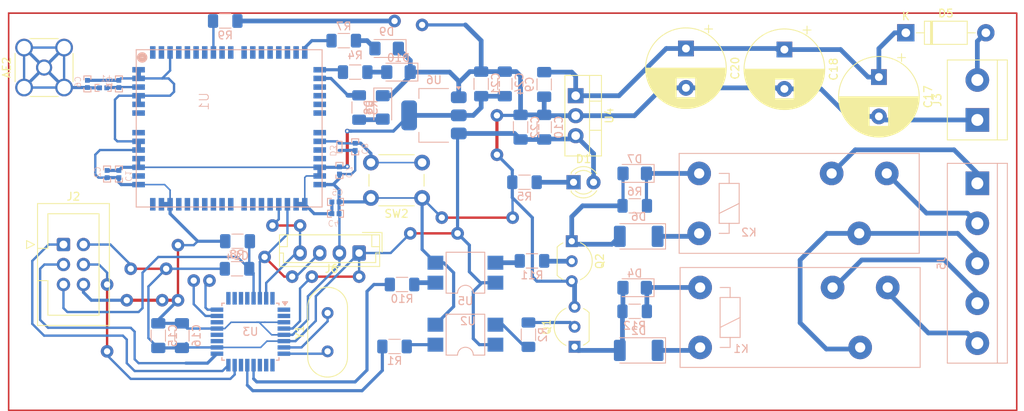
<source format=kicad_pcb>
(kicad_pcb (version 20240108) (generator "pcbnew") (generator_version "8.0")
  (layers (0 "F.Cu" signal) (31 "B.Cu" signal) (34 "B.Paste" user) (35 "F.Paste" user) (36 "B.SilkS" user "B.Silkscreen") (37 "F.SilkS" user "F.Silkscreen") (38 "B.Mask" user) (39 "F.Mask" user) (44 "Edge.Cuts" user))
  (net 0 "")
  (net 1 "+3.3V")
  (net 2 "GNDA")
  (net 3 "Net-(U1-ANT)")
  (net 4 "RSTN_PIN")
  (net 5 "+12V")
  (net 6 "PB14")
  (net 7 "RESET")
  (net 8 "+5VA")
  (net 9 "Net-(D1-K)")
  (net 10 "Net-(D2-A)")
  (net 11 "Net-(D2-K)")
  (net 12 "Net-(D5-A)")
  (net 13 "Net-(D6-A)")
  (net 14 "Net-(D6-K)")
  (net 15 "DIO2")
  (net 16 "SCK")
  (net 17 "MISO")
  (net 18 "MOSI")
  (net 19 "NO1")
  (net 20 "NO")
  (net 21 "COM")
  (net 22 "NC1")
  (net 23 "NC")
  (net 24 "TX")
  (net 25 "RX")
  (net 26 "Net-(JP1-Pad1)")
  (net 27 "Net-(Q1-B)")
  (net 28 "Net-(Q2-B)")
  (net 29 "Net-(R1-Pad2)")
  (net 30 "R2")
  (net 31 "Net-(R2-Pad1)")
  (net 32 "/BOOT")
  (net 33 "Net-(R10-Pad2)")
  (net 34 "R1")
  (net 35 "Net-(R11-Pad1)")
  (net 36 "/PB8")
  (net 40 "/PC3")
  (net 41 "/PD10")
  (net 42 "/PA5")
  (net 43 "/PA13")
  (net 44 "/PC4")
  (net 45 "/PA4")
  (net 46 "/PA6")
  (net 48 "/PC9")
  (net 49 "/PC12")
  (net 52 "/PA14")
  (net 53 "/PB9")
  (net 54 "/PA0")
  (net 55 "/PC1")
  (net 56 "/PC5")
  (net 57 "/PC0")
  (net 58 "/PA11")
  (net 59 "/PB15")
  (net 60 "/PC8")
  (net 61 "/PC13")
  (net 62 "/PB10")
  (net 63 "/PB11")
  (net 64 "/PA3")
  (net 65 "/PA8")
  (net 66 "/PA15")
  (net 67 "/PA1")
  (net 68 "/PA7")
  (net 69 "/PB7")
  (net 70 "/PD14")
  (net 71 "/PA12")
  (net 76 "Net-(U3-PB7{slash}XTAL2)")
  (net 83 "Net-(U3-PB6{slash}XTAL1)")
  (net 87 "DIO1")
  (net 90 "PB12")
  (net 91 "PB13")
  (net 92 "Net-(D8-A)")
  (net 93 "Net-(D9-A)")
  (net 94 "Net-(D10-A)")
  (net 95 "Net-(AE2-A)")
  (footprint "Connector_JST:JST_EH_B4B-EH-A_1x04_P2.50mm_Vertical" (layer "F.Cu") (at 196.5 47.12 180)
    (property "Reference" "J6")
    (property "Value" "Conn_01x04_Pin")
  )
  (footprint "Package_TO_SOT_THT:TO-220-3_Vertical" (layer "F.Cu") (at 224 27.12 -90)
    (property "Reference" "U4")
    (property "Value" "L7805")
  )
  (footprint "LED_THT:LED_D3.0mm" (layer "F.Cu") (at 223.725 38.12)
    (property "Reference" "D1")
    (property "Value" "LED")
  )
  (footprint "Connector_Coaxial:SMA_Wurth_60312002114503_Vertical" (layer "F.Cu") (at 156.5 23.54 90)
    (property "Reference" "AE2")
    (property "Value" "Antenna_Shield")
  )
  (footprint "Button_Switch_THT:SW_PUSH_6mm_H4.3mm" (layer "F.Cu") (at 204.5 40.12 180)
    (property "Reference" "SW2")
    (property "Value" "SW_Push")
  )
  (footprint "Connector_IDC:IDC-Header_2x03_P2.54mm_Vertical" (layer "F.Cu") (at 158.96 46.04)
    (property "Reference" "J2")
    (property "Value" "AVR-ISP-6")
  )
  (footprint "Capacitor_THT:CP_Radial_D10.0mm_P5.00mm" (layer "F.Cu") (at 262.5 24.752323 -90)
    (property "Reference" "C17")
    (property "Value" "4700uF")
  )
  (footprint "Crystal:Crystal_HC49-4H_Vertical" (layer "F.Cu") (at 192.5 59.62 90)
    (property "Reference" "Y1")
    (property "Value" "Crystal")
  )
  (footprint "Diode_THT:D_DO-41_SOD81_P10.16mm_Horizontal" (layer "F.Cu") (at 265.92 19.12)
    (property "Reference" "D5")
    (property "Value" "1N5819")
  )
  (footprint "Capacitor_THT:CP_Radial_D10.0mm_P5.00mm" (layer "F.Cu") (at 250.5 21.252323 -90)
    (property "Reference" "C18")
    (property "Value" "4700uF")
  )
  (footprint "Package_TO_SOT_THT:TO-92_Inline_Wide" (layer "F.Cu") (at 223.86 59.04 90)
    (property "Reference" "Q1")
    (property "Value" "BC547")
  )
  (footprint "TerminalBlock:TerminalBlock_bornier-2_P5.08mm" (layer "F.Cu") (at 275 30.2 90)
    (property "Reference" "J3")
    (property "Value" "Screw_Terminal_01x02")
  )
  (footprint "Capacitor_THT:CP_Radial_D10.0mm_P5.00mm" (layer "F.Cu") (at 238 21.12 -90)
    (property "Reference" "C20")
    (property "Value" "4700uF")
  )
  (footprint "Package_TO_SOT_THT:TO-92_Inline_Wide" (layer "F.Cu") (at 223.5 45.62 -90)
    (property "Reference" "Q2")
    (property "Value" "BC547")
  )
  (footprint "Capacitor_SMD:C_1206_3216Metric_Pad1.33x1.80mm_HandSolder" (layer "B.Cu") (at 217 31.12 90)
    (property "Reference" "C22")
    (property "Value" "1uF")
  )
  (footprint "Resistor_SMD:R_1206_3216Metric_Pad1.30x1.75mm_HandSolder" (layer "B.Cu") (at 217.5 38.12)
    (property "Reference" "R5")
    (property "Value" "1K")
  )
  (footprint "Relay_THT:Relay_SPDT_Schrack-RT1-FormC_RM3.5mm" (layer "B.Cu") (at 239.8 59.12)
    (property "Reference" "K1")
    (property "Value" "Relay_SPDT")
  )
  (footprint "Diode_SMD:D_MELF" (layer "B.Cu") (at 232 45 180)
    (property "Reference" "D6")
    (property "Value" "SM4007")
  )
  (footprint "Capacitor_SMD:C_1206_3216Metric_Pad1.33x1.80mm_HandSolder" (layer "B.Cu") (at 215 25.62 90)
    (property "Reference" "C24")
    (property "Value" "100nF")
  )
  (footprint "Resistor_SMD:R_1206_3216Metric_Pad1.30x1.75mm_HandSolder" (layer "B.Cu") (at 231.4875 54.53125)
    (property "Reference" "R12")
    (property "Value" "1K")
  )
  (footprint "TerminalBlock:TerminalBlock_bornier-5_P5.08mm" (layer "B.Cu") (at 275 38.26 -90)
    (property "Reference" "J5")
    (property "Value" "Screw_Terminal_01x05")
  )
  (footprint "Resistor_SMD:R_1206_3216Metric_Pad1.30x1.75mm_HandSolder" (layer "B.Cu") (at 218.45 48.12)
    (property "Reference" "R11")
    (property "Value" "10k")
  )
  (footprint "Diode_SMD:D_MELF" (layer "B.Cu") (at 232 59.5 180)
    (property "Reference" "D2")
    (property "Value" "SM4007")
  )
  (footprint "Resistor_SMD:R_1206_3216Metric_Pad1.30x1.75mm_HandSolder" (layer "B.Cu") (at 201 59)
    (property "Reference" "R1")
    (property "Value" "220R")
  )
  (footprint "Resistor_SMD:R_1206_3216Metric_Pad1.30x1.75mm_HandSolder" (layer "B.Cu") (at 201.95 51.12)
    (property "Reference" "R10")
    (property "Value" "220R")
  )
  (footprint "Resistor_SMD:R_1206_3216Metric_Pad1.30x1.75mm_HandSolder" (layer "B.Cu") (at 231.5 41.12 180)
    (property "Reference" "R6")
    (property "Value" "1K")
  )
  (footprint "LED_SMD:LED_1206_3216Metric_Pad1.42x1.75mm_HandSolder" (layer "B.Cu") (at 231.5 37 180)
    (property "Reference" "D7")
    (property "Value" "LED")
  )
  (footprint "Capacitor_SMD:C_1206_3216Metric_Pad1.33x1.80mm_HandSolder" (layer "B.Cu") (at 181.0625 45.62)
    (property "Reference" "C14")
    (property "Value" "1uF")
  )
  (footprint "USB LoRaWAN Adapter v1.1:C0402" (layer "B.Cu") (at 193.5 42.12)
    (property "Reference" "C4")
    (property "Value" "2.2uF")
  )
  (footprint "USB LoRaWAN Adapter v1.1:C0402" (layer "B.Cu") (at 164.5 37.0772 -90)
    (property "Reference" "C2")
    (property "Value" "0.1uF")
  )
  (footprint "LED_SMD:LED_1206_3216Metric_Pad1.42x1.75mm_HandSolder" (layer "B.Cu") (at 201.5 24.12 180)
    (property "Reference" "D10")
    (property "Value" "LED")
  )
  (footprint "Capacitor_SMD:C_1206_3216Metric_Pad1.33x1.80mm_HandSolder" (layer "B.Cu") (at 171 57.62 90)
    (property "Reference" "C15")
    (property "Value" "100nF")
  )
  (footprint "USB LoRaWAN Adapter v1.1:SOD−923" (layer "B.Cu") (at 194 33.62 90)
    (property "Reference" "D3")
    (property "Value" "ESD7951ST5G" (hide yes))
  )
  (footprint "Capacitor_SMD:C_1206_3216Metric_Pad1.33x1.80mm_HandSolder" (layer "B.Cu") (at 212 25.62 90)
    (property "Reference" "C21")
    (property "Value" "10uF")
  )
  (footprint "USB LoRaWAN Adapter v1.1:LA66_APPLICATION_FRAME" (layer "B.Cu") (at 180 31.27 -90)
    (property "Reference" "U1")
    (property "Value" "LoRaWAN IC LA66")
  )
  (footprint "Capacitor_SMD:C_1206_3216Metric_Pad1.33x1.80mm_HandSolder" (layer "B.Cu") (at 174 57.62 90)
    (property "Reference" "C16")
    (property "Value" "1uF")
  )
  (footprint "Relay_THT:Relay_SPDT_Schrack-RT1-FormC_RM3.5mm" (layer "B.Cu") (at 239.68 44.62)
    (property "Reference" "K2")
    (property "Value" "Relay_SPDT")
  )
  (footprint "USB LoRaWAN Adapter v1.1:C0402" (layer "B.Cu") (at 194 36.62 90)
    (property "Reference" "C7")
    (property "Value" "0.1uF")
  )
  (footprint "USB LoRaWAN Adapter v1.1:C0402" (layer "B.Cu") (at 166 25.62 -90)
    (property "Reference" "C3")
    (property "Value" "NC")
  )
  (footprint "Package_QFP:TQFP-32_7x7mm_P0.8mm" (layer "B.Cu") (at 182.7 57.12 180)
    (property "Reference" "U3")
    (property "Value" "ATmega8-16A")
  )
  (footprint "LED_SMD:LED_1206_3216Metric_Pad1.42x1.75mm_HandSolder" (layer "B.Cu") (at 200 21.12 180)
    (property "Reference" "D9")
    (property "Value" "LED")
  )
  (footprint "Package_TO_SOT_SMD:SOT-223-3_TabPin2" (layer "B.Cu") (at 206 29.62 180)
    (property "Reference" "U6")
    (property "Value" "AMS1117-3.3")
  )
  (footprint "USB LoRaWAN Adapter v1.1:C0402" (layer "B.Cu") (at 166 37.0772 90)
    (property "Reference" "C1")
    (property "Value" "2.2uF")
  )
  (footprint "Resistor_SMD:R_1206_3216Metric_Pad1.30x1.75mm_HandSolder" (layer "B.Cu") (at 194.55 20.12 180)
    (property "Reference" "R7")
    (property "Value" "1K")
  )
  (footprint "Resistor_SMD:R_1206_3216Metric_Pad1.30x1.75mm_HandSolder" (layer "B.Cu") (at 181 49.12 180)
    (property "Reference" "R8")
    (property "Value" "10k")
  )
  (footprint "Resistor_SMD:R_1206_3216Metric_Pad1.30x1.75mm_HandSolder" (layer "B.Cu") (at 196.5 28.62 90)
    (property "Reference" "R3")
    (property "Value" "1K")
  )
  (footprint "LED_SMD:LED_1206_3216Metric_Pad1.42x1.75mm_HandSolder" (layer "B.Cu") (at 199.5 28.6075 -90)
    (property "Reference" "D8")
    (property "Value" "LED")
  )
  (footprint "USB LoRaWAN Adapter v1.1:C0402" (layer "B.Cu") (at 162 25.62 -90)
    (property "Reference" "C6")
    (property "Value" "NC")
  )
  (footprint "Package_DIP:SMDIP-4_W7.62mm" (layer "B.Cu") (at 210 57.5)
    (property "Reference" "U2")
    (property "Value" "PC817")
  )
  (footprint "LED_SMD:LED_1206_3216Metric_Pad1.42x1.75mm_HandSolder" (layer "B.Cu") (at 231.4875 51.53125 180)
    (property "Reference" "D4")
    (property "Value" "LED")
  )
  (footprint "Resistor_SMD:R_1206_3216Metric_Pad1.30x1.75mm_HandSolder" (layer "B.Cu") (at 196 24.12 180)
    (property "Reference" "R4")
    (property "Value" "1K")
  )
  (footprint "Resistor_SMD:R_1206_3216Metric_Pad1.30x1.75mm_HandSolder" (layer "B.Cu") (at 179.5 17.62)
    (property "Reference" "R9")
    (property "Value" "1K")
  )
  (footprint "Capacitor_SMD:C_1206_3216Metric_Pad1.33x1.80mm_HandSolder" (layer "B.Cu") (at 220 31.12 90)
    (property "Reference" "C10")
    (property "Value" "10uF")
  )
  (footprint "USB LoRaWAN Adapter v1.1:C0402" (layer "B.Cu") (at 196 33.62 90)
    (property "Reference" "C8")
    (property "Value" "330pF")
  )
  (footprint "USB LoRaWAN Adapter v1.1:L-0402" (layer "B.Cu") (at 164 26.12 180)
    (property "Reference" "L1")
    (property "Value" "9.1nH")
  )
  (footprint "Capacitor_SMD:C_1206_3216Metric_Pad1.33x1.80mm_HandSolder" (layer "B.Cu") (at 220 25.6825 -90)
    (property "Reference" "C9")
    (property "Value" "1uF")
  )
  (footprint "Resistor_SMD:R_1206_3216Metric_Pad1.30x1.75mm_HandSolder" (layer "B.Cu") (at 218 57.5 90)
    (property "Reference" "R2")
    (property "Value" "10k")
  )
  (footprint "Package_DIP:SMDIP-4_W7.62mm" (layer "B.Cu") (at 210 49.62)
    (property "Reference" "U5")
    (property "Value" "PC817")
  )
  (footprint "USB LoRaWAN Adapter v1.1:C0402" (layer "B.Cu") (at 193.5 40.62 180)
    (property "Reference" "C5")
    (property "Value" "0.1uF")
  )
  (gr_rect (start 152 16.62) (end 280 67.12) (stroke (width 0.2)) (fill none) (layer "F.Cu"))
  (segment (start 195 31.62) (end 195 36.12) (width 0.4) (layer "F.Cu") (net 1))
  (via (at 195 36.12) (size 0.6) (drill 0.3) (layers "F.Cu" "B.Cu") (net 1))
  (via (at 195 31.62) (size 0.6) (drill 0.3) (layers "F.Cu" "B.Cu") (net 1))
  (segment (start 200.85 31.62) (end 195 31.62) (width 0.4) (layer "B.Cu") (net 1))
  (segment (start 168.5 36.22) (end 191.5 36.22) (width 0.2) (layer "B.Cu") (net 1))
  (segment (start 166.4 36.22) (end 166 36.62) (width 0.4) (layer "B.Cu") (net 1))
  (segment (start 189.6 40.92) (end 189.6 37.52) (width 0.2) (layer "B.Cu") (net 1))
  (segment (start 215 27.1825) (end 212 27.1825) (width 0.6) (layer "B.Cu") (net 1))
  (segment (start 166 36.62) (end 164.5 36.62) (width 0.4) (layer "B.Cu") (net 1))
  (segment (start 189.6 40.92) (end 190.8 42.12) (width 0.4) (layer "B.Cu") (net 1))
  (segment (start 188.5 40.92) (end 189.6 40.92) (width 0.6) (layer "B.Cu") (net 1))
  (segment (start 194.9 36.22) (end 195 36.12) (width 0.4) (layer "B.Cu") (net 1))
  (segment (start 191.5 36.22) (end 191.5 37.32) (width 0.6) (layer "B.Cu") (net 1))
  (segment (start 189.8 37.32) (end 191.5 37.32) (width 0.2) (layer "B.Cu") (net 1))
  (segment (start 165.9572 36.5772) (end 166 36.62) (width 0.4) (layer "B.Cu") (net 1))
  (segment (start 195 31.62) (end 195.5 31.62) (width 0.4) (layer "B.Cu") (net 1))
  (segment (start 202.85 29.62) (end 209.15 29.62) (width 0.6) (layer "B.Cu") (net 1))
  (segment (start 212 27.1825) (end 212 28.62) (width 0.6) (layer "B.Cu") (net 1))
  (segment (start 211 29.62) (end 209.15 29.62) (width 0.6) (layer "B.Cu") (net 1))
  (segment (start 168.5 36.22) (end 166.4 36.22) (width 0.4) (layer "B.Cu") (net 1))
  (segment (start 189.6 37.52) (end 189.8 37.32) (width 0.2) (layer "B.Cu") (net 1))
  (segment (start 168.5 36.22) (end 168.5 35.12) (width 0.4) (layer "B.Cu") (net 1))
  (segment (start 212 28.62) (end 211 29.62) (width 0.6) (layer "B.Cu") (net 1))
  (segment (start 202.85 29.62) (end 200.85 31.62) (width 0.4) (layer "B.Cu") (net 1))
  (segment (start 191.5 36.22) (end 194.9 36.22) (width 0.4) (layer "B.Cu") (net 1))
  (segment (start 190.8 42.12) (end 193.0428 42.12) (width 0.4) (layer "B.Cu") (net 1))
  (segment (start 193.0428 42.12) (end 193.0428 40.62) (width 0.4) (layer "B.Cu") (net 1))
  (segment (start 215.9 42.62) (end 207 42.62) (width 0.3) (layer "F.Cu") (net 2))
  (segment (start 171.5 53.12) (end 173.5 53.12) (width 0.4) (layer "F.Cu") (net 2))
  (segment (start 173.5 46.12) (end 173.5 53.12) (width 0.3) (layer "F.Cu") (net 2))
  (segment (start 167 53.12) (end 171.5 53.12) (width 0.4) (layer "F.Cu") (net 2))
  (segment (start 215.95 42.67) (end 215.9 42.62) (width 0.3) (layer "F.Cu") (net 2))
  (segment (start 214 29.62) (end 214 34.62) (width 0.4) (layer "F.Cu") (net 2))
  (via (at 216 42.62) (size 1.6) (drill 0.8) (layers "F.Cu" "B.Cu") (net 2))
  (via (at 204.5 18.12) (size 1.6) (drill 0.8) (layers "F.Cu" "B.Cu") (net 2))
  (via (at 171.5 53.12) (size 1.6) (drill 0.8) (layers "F.Cu" "B.Cu") (net 2))
  (via (at 214 34.62) (size 1.6) (drill 0.8) (layers "F.Cu" "B.Cu") (net 2))
  (via (at 173.5 53.12) (size 1.6) (drill 0.8) (layers "F.Cu" "B.Cu") (net 2))
  (via (at 207 42.62) (size 1.6) (drill 0.8) (layers "F.Cu" "B.Cu") (net 2))
  (via (at 167 53.12) (size 1.6) (drill 0.8) (layers "F.Cu" "B.Cu") (net 2))
  (via (at 214 29.62) (size 1.6) (drill 0.8) (layers "F.Cu" "B.Cu") (net 2))
  (via (at 173.5 46.12) (size 1.6) (drill 0.8) (layers "F.Cu" "B.Cu") (net 2))
  (segment (start 180.25 55.92) (end 183.5 55.92) (width 0.2) (layer "B.Cu") (net 2))
  (segment (start 178.45 56.72) (end 179.45 56.72) (width 0.2) (layer "B.Cu") (net 2))
  (segment (start 172.5 23.92) (end 171.5 24.92) (width 0.3) (layer "B.Cu") (net 2))
  (segment (start 200.5 27.12) (end 199.5 27.12) (width 0.6) (layer "B.Cu") (net 2))
  (segment (start 262.947677 30.2) (end 262.5 29.752323) (width 0.6) (layer "B.Cu") (net 2))
  (segment (start 214 29.62) (end 216.9375 29.62) (width 0.4) (layer "B.Cu") (net 2))
  (segment (start 210 18.12) (end 212 20.12) (width 0.6) (layer "B.Cu") (net 2))
  (segment (start 204.5 40.12) (end 204.5 46.66) (width 0.4) (layer "B.Cu") (net 2))
  (segment (start 206.19 56.23) (end 208.5 53.92) (width 0.4) (layer "B.Cu") (net 2))
  (segment (start 209.15 25.47) (end 209.15 27.32) (width 0.6) (layer "B.Cu") (net 2))
  (segment (start 212 24.0575) (end 210.5625 24.0575) (width 0.6) (layer "B.Cu") (net 2))
  (segment (start 173.5 53.12) (end 171 55.62) (width 0.4) (layer "B.Cu") (net 2))
  (segment (start 215.95 38.12) (end 215.95 36.57) (width 0.4) (layer "B.Cu") (net 2))
  (segment (start 165.8 32.92) (end 168.5 32.92) (width 0.3) (layer "B.Cu") (net 2))
  (segment (start 212 20.12) (end 212 24.0575) (width 0.6) (layer "B.Cu") (net 2))
  (segment (start 202.9875 24.12) (end 202.9875 24.6325) (width 0.6) (layer "B.Cu") (net 2))
  (segment (start 250.5 26.252323) (end 249.632323 26.252323) (width 0.6) (layer "B.Cu") (net 2))
  (segment (start 172.5 40.92) (end 172.5 42.12) (width 0.4) (layer "B.Cu") (net 2))
  (segment (start 195.4572 37.0772) (end 195.5 37.12) (width 0.3) (layer "B.Cu") (net 2))
  (segment (start 186.95 57.52) (end 185.4 57.52) (width 0.2) (layer "B.Cu") (net 2))
  (segment (start 183.5 55.92) (end 184.5 55.92) (width 0.2) (layer "B.Cu") (net 2))
  (segment (start 183.8 55.92) (end 183.5 55.92) (width 0.2) (layer "B.Cu") (net 2))
  (segment (start 220 29.5575) (end 217 29.5575) (width 0.6) (layer "B.Cu") (net 2))
  (segment (start 193.9572 39.0772) (end 193.3 38.42) (width 0.4) (layer "B.Cu") (net 2))
  (segment (start 249.5 26.12) (end 238 26.12) (width 0.6) (layer "B.Cu") (net 2))
  (segment (start 195.9928 34.07) (end 196 34.0772) (width 0.4) (layer "B.Cu") (net 2))
  (segment (start 178.45 56.72) (end 174.6625 56.72) (width 0.3) (layer "B.Cu") (net 2))
  (segment (start 163 34.62) (end 163 37.12) (width 0.3) (layer "B.Cu") (net 2))
  (segment (start 168.5 38.42) (end 171.8 38.42) (width 0.2) (layer "B.Cu") (net 2))
  (segment (start 172.5 39.12) (end 172.5 40.92) (width 0.2) (layer "B.Cu") (net 2))
  (segment (start 172.3 24.92) (end 173 25.62) (width 0.3) (layer "B.Cu") (net 2))
  (segment (start 215.95 40.07) (end 215.95 38.12) (width 0.4) (layer "B.Cu") (net 2))
  (segment (start 208.5 53.92) (end 208.5 49.62) (width 0.4) (layer "B.Cu") (net 2))
  (segment (start 215.95 42.67) (end 216 42.62) (width 0.3) (layer "B.Cu") (net 2))
  (segment (start 208.5 49.62) (end 207.23 48.35) (width 0.4) (layer "B.Cu") (net 2))
  (segment (start 172.5 40.92) (end 171.4 40.92) (width 0.6) (layer "B.Cu") (net 2))
  (segment (start 173 26.62) (end 172.5 27.12) (width 0.3) (layer "B.Cu") (net 2))
  (segment (start 168.5 27.12) (end 168.5 28.22) (width 0.6) (layer "B.Cu") (net 2))
  (segment (start 184.5 55.92) (end 186.95 55.92) (width 0.2) (layer "B.Cu") (net 2))
  (segment (start 171.5 24.92) (end 172.3 24.92) (width 0.3) (layer "B.Cu") (net 2))
  (segment (start 168.5 27.12) (end 166 27.12) (width 0.3) (layer "B.Cu") (net 2))
  (segment (start 194 42.1628) (end 193.9572 42.12) (width 0.3) (layer "B.Cu") (net 2))
  (segment (start 168.2572 25.1628) (end 168.5 24.92) (width 0.2) (layer "B.Cu") (net 2))
  (segment (start 209.15 25.27) (end 209.15 25.47) (width 0.6) (layer "B.Cu") (net 2))
  (segment (start 193.9572 40.62) (end 193.9572 42.12) (width 0.4) (layer "B.Cu") (net 2))
  (segment (start 218.5 50.12) (end 218.5 42.62) (width 0.4) (layer "B.Cu") (net 2))
  (segment (start 173 25.62) (end 173 26.62) (width 0.3) (layer "B.Cu") (net 2))
  (segment (start 164.3572 37.6772) (end 164.5 37.5344) (width 0.4) (layer "B.Cu") (net 2))
  (segment (start 174 56.0575) (end 174.1625 56.22) (width 0.4) (layer "B.Cu") (net 2))
  (segment (start 163 37.12) (end 163.4144 37.5344) (width 0.3) (layer "B.Cu") (net 2))
  (segment (start 198 40.12) (end 204.5 40.12) (width 0.2) (layer "B.Cu") (net 2))
  (segment (start 185.4 57.52) (end 183.8 55.92) (width 0.2) (layer "B.Cu") (net 2))
  (segment (start 218.5 42.62) (end 215.95 40.07) (width 0.4) (layer "B.Cu") (net 2))
  (segment (start 171.5 24.92) (end 168.5 24.92) (width 0.3) (layer "B.Cu") (net 2))
  (segment (start 192.462 38.42) (end 193.2 38.42) (width 0.4) (layer "B.Cu") (net 2))
  (segment (start 255.132323 26.252323) (end 250.5 26.252323) (width 0.6) (layer "B.Cu") (net 2))
  (segment (start 231.46 29.66) (end 235 26.12) (width 0.6) (layer "B.Cu") (net 2))
  (segment (start 217 24.62) (end 216.4375 24.0575) (width 0.6) (layer "B.Cu") (net 2))
  (segment (start 194 47.12) (end 194 42.1628) (width 0.3) (layer "B.Cu") (net 2))
  (segment (start 204.5 18.12) (end 210 18.12) (width 0.4) (layer "B.Cu") (net 2))
  (segment (start 175.5 46.12) (end 173.5 46.12) (width 0.3) (layer "B.Cu") (net 2))
  (segment (start 166 38.12) (end 166.3 38.42) (width 0.4) (layer "B.Cu") (net 2))
  (segment (start 224 29.66) (end 220.1025 29.66) (width 0.6) (layer "B.Cu") (net 2))
  (segment (start 223.86 53.96) (end 223.86 51.06) (width 0.6) (layer "B.Cu") (net 2))
  (segment (start 249.632323 26.252323) (end 249.5 26.12) (width 0.6) (layer "B.Cu") (net 2))
  (segment (start 166 37.5344) (end 166 38.12) (width 0.4) (layer "B.Cu") (net 2))
  (segment (start 224 29.66) (end 231.46 29.66) (width 0.6) (layer "B.Cu") (net 2))
  (segment (start 176 45.62) (end 175.5 46.12) (width 0.3) (layer "B.Cu") (net 2))
  (segment (start 208 24.12) (end 209.15 25.27) (width 0.6) (layer "B.Cu") (net 2))
  (segment (start 171 55.62) (end 171 56.0575) (width 0.4) (layer "B.Cu") (net 2))
  (segment (start 207.23 48.35) (end 206.19 48.35) (width 0.4) (layer "B.Cu") (net 2))
  (segment (start 190 55.57) (end 188.05 57.52) (width 0.3) (layer "B.Cu") (net 2))
  (segment (start 165.5 32.62) (end 165.8 32.92) (width 0.3) (layer "B.Cu") (net 2))
  (segment (start 168.5 32.92) (end 168.5 34.02) (width 0.6) (layer "B.Cu") (net 2))
  (segment (start 194 48.62) (end 190 52.62) (width 0.3) (layer "B.Cu") (net 2))
  (segment (start 194 37.0772) (end 195.4572 37.0772) (width 0.3) (layer "B.Cu") (net 2))
  (segment (start 172.5 42.12) (end 176 45.62) (width 0.4) (layer "B.Cu") (net 2))
  (segment (start 195.5 37.12) (end 196 36.62) (width 0.3) (layer "B.Cu") (net 2))
  (segment (start 203 22.6325) (end 203 24.1075) (width 0.6) (layer "B.Cu") (net 2))
  (segment (start 223.86 51.06) (end 223.5 50.7) (width 0.6) (layer "B.Cu") (net 2))
  (segment (start 168.5 34.02) (end 163.6 34.02) (width 0.3) (layer "B.Cu") (net 2))
  (segment (start 172.5 27.12) (end 168.5 27.12) (width 0.3) (layer "B.Cu") (net 2))
  (segment (start 179.45 56.72) (end 180.25 55.92) (width 0.2) (layer "B.Cu") (net 2))
  (segment (start 197.5 40.62) (end 198 40.12) (width 0.4) (layer "B.Cu") (net 2))
  (segment (start 166.3 38.42) (end 168.5 38.42) (width 0.4) (layer "B.Cu") (net 2))
  (segment (start 258.632323 29.752323) (end 255.132323 26.252323) (width 0.6) (layer "B.Cu") (net 2))
  (segment (start 216 42.62) (end 215.95 38.12) (width 0.3) (layer "B.Cu") (net 2))
  (segment (start 188.05 57.52) (end 186.95 57.52) (width 0.3) (layer "B.Cu") (net 2))
  (segment (start 202.9875 24.6325) (end 200.5 27.12) (width 0.6) (layer "B.Cu") (net 2))
  (segment (start 219.08 50.7) (end 218.5 50.12) (width 0.4) (layer "B.Cu") (net 2))
  (segment (start 161.5 52.12) (end 161.5 51.12) (width 0.4) (layer "B.Cu") (net 2))
  (segment (start 201.4875 21.12) (end 203 22.6325) (width 0.6) (layer "B.Cu") (net 2))
  (segment (start 192.462 38.42) (end 191.5 38.42) (width 0.4) (layer "B.Cu") (net 2))
  (segment (start 207 42.62) (end 204.5 40.12) (width 0.3) (layer "B.Cu") (net 2))
  (segment (start 215.95 36.57) (end 214 34.62) (width 0.4) (layer "B.Cu") (net 2))
  (segment (start 162.5 53.12) (end 161.5 52.12) (width 0.4) (layer "B.Cu") (net 2))
  (segment (start 196 36.62) (end 196 34.0772) (width 0.3) (layer "B.Cu") (net 2))
  (segment (start 235 26.12) (end 238 26.12) (width 0.6) (layer "B.Cu") (net 2))
  (segment (start 190 52.62) (end 190 55.57) (width 0.3) (layer "B.Cu") (net 2))
  (segment (start 194 37.62) (end 194 37.0772) (width 0.4) (layer "B.Cu") (net 2))
  (segment (start 171.8 38.42) (end 172.5 39.12) (width 0.2) (layer "B.Cu") (net 2))
  (segment (start 217 29.5575) (end 217 24.62) (width 0.6) (layer "B.Cu") (net 2))
  (segment (start 174 56.0575) (end 171 56.0575) (width 0.4) (layer "B.Cu") (net 2))
  (segment (start 162 25.1628) (end 166 25.1628) (width 0.4) (layer "B.Cu") (net 2))
  (segment (start 172.5 21.62) (end 172.5 23.92) (width 0.3) (layer "B.Cu") (net 2))
  (segment (start 168.5 24.92) (end 166.2428 24.92) (width 0.3) (layer "B.Cu") (net 2))
  (segment (start 262.5 29.752323) (end 258.632323 29.752323) (width 0.6) (layer "B.Cu") (net 2))
  (segment (start 168.5 23.82) (end 168.5 24.92) (width 0.6) (layer "B.Cu") (net 2))
  (segment (start 166.2428 24.92) (end 166 25.1628) (width 0.3) (layer "B.Cu") (net 2))
  (segment (start 203 24.1075) (end 202.9875 24.12) (width 0.6) (layer "B.Cu") (net 2))
  (segment (start 164.5 37.5344) (end 166 37.5344) (width 0.4) (layer "B.Cu") (net 2))
  (segment (start 210.5625 24.0575) (end 209.15 25.47) (width 0.6) (layer "B.Cu") (net 2))
  (segment (start 163.4144 37.5344) (end 164.5 37.5344) (width 0.3) (layer "B.Cu") (net 2))
  (segment (start 216.4375 24.0575) (end 215 24.0575) (width 0.6) (layer "B.Cu") (net 2))
  (segment (start 223.5 50.7) (end 219.08 50.7) (width 0.4) (layer "B.Cu") (net 2))
  (segment (start 193.2 38.42) (end 194 37.62) (width 0.4) (layer "B.Cu") (net 2))
  (segment (start 220 27.245) (end 220 29.5575) (width 0.6) (layer "B.Cu") (net 2))
  (segment (start 194 34.07) (end 195.9928 34.07) (width 0.4) (layer "B.Cu") (net 2))
  (segment (start 193.9572 40.62) (end 193.9572 39.0772) (width 0.4) (layer "B.Cu") (net 2))
  (segment (start 204.5 46.66) (end 206.19 48.35) (width 0.4) (layer "B.Cu") (net 2))
  (segment (start 275 30.2) (end 262.947677 30.2) (width 0.6) (layer "B.Cu") (net 2))
  (segment (start 176 45.62) (end 179.5 45.62) (width 0.4) (layer "B.Cu") (net 2))
  (segment (start 174.6625 56.72) (end 174 56.0575) (width 0.3) (layer "B.Cu") (net 2))
  (segment (start 216.9375 29.62) (end 217 29.5575) (width 0.4) (layer "B.Cu") (net 2))
  (segment (start 212 24.0575) (end 215 24.0575) (width 0.6) (layer "B.Cu") (net 2))
  (segment (start 202.9875 24.12) (end 208 24.12) (width 0.6) (layer "B.Cu") (net 2))
  (segment (start 194 47.12) (end 194 48.62) (width 0.3) (layer "B.Cu") (net 2))
  (segment (start 193.3 38.42) (end 192.462 38.42) (width 0.4) (layer "B.Cu") (net 2))
  (segment (start 193.9572 40.62) (end 197.5 40.62) (width 0.4) (layer "B.Cu") (net 2))
  (segment (start 167 53.12) (end 162.5 53.12) (width 0.4) (layer "B.Cu") (net 2))
  (segment (start 165.5 27.62) (end 165.5 32.62) (width 0.3) (layer "B.Cu") (net 2))
  (segment (start 184.6 55.92) (end 184.5 55.92) (width 0.2) (layer "B.Cu") (net 2))
  (segment (start 163.6 34.02) (end 163 34.62) (width 0.3) (layer "B.Cu") (net 2))
  (segment (start 166 27.12) (end 165.5 27.62) (width 0.3) (layer "B.Cu") (net 2))
  (segment (start 220.1025 29.66) (end 220 29.5575) (width 0.6) (layer "B.Cu") (net 2))
  (segment (start 168.5 26.02) (end 166.0572 26.02) (width 0.3) (layer "B.Cu") (net 3))
  (segment (start 166 26.0772) (end 164.5 26.0772) (width 0.4) (layer "B.Cu") (net 3))
  (segment (start 164.5 26.0772) (end 164.4572 26.12) (width 0.4) (layer "B.Cu") (net 3))
  (segment (start 166.0572 26.02) (end 166 26.0772) (width 0.3) (layer "B.Cu") (net 3))
  (segment (start 198 34.458) (end 198 35.62) (width 0.4) (layer "B.Cu") (net 4))
  (segment (start 194 33.17) (end 195.9928 33.17) (width 0.3) (layer "B.Cu") (net 4))
  (segment (start 196.7048 33.1628) (end 198 34.458) (width 0.4) (layer "B.Cu") (net 4))
  (segment (start 198 35.62) (end 204.5 35.62) (width 0.2) (layer "B.Cu") (net 4))
  (segment (start 193.75 32.92) (end 191.5 32.92) (width 0.3) (layer "B.Cu") (net 4))
  (segment (start 195.9928 33.17) (end 196 33.1628) (width 0.3) (layer "B.Cu") (net 4))
  (segment (start 196 33.1628) (end 196.7048 33.1628) (width 0.4) (layer "B.Cu") (net 4))
  (segment (start 194 33.17) (end 193.75 32.92) (width 0.3) (layer "B.Cu") (net 4))
  (segment (start 198 34.7056) (end 198 35.62) (width 0.2) (layer "B.Cu") (net 4))
  (segment (start 238 21.12) (end 235.5 21.12) (width 0.6) (layer "B.Cu") (net 5))
  (segment (start 250.5 21.252323) (end 249.632323 21.252323) (width 0.6) (layer "B.Cu") (net 5))
  (segment (start 235.5 21.12) (end 229.5 27.12) (width 0.6) (layer "B.Cu") (net 5))
  (segment (start 224 27.12) (end 224 24.62) (width 0.6) (layer "B.Cu") (net 5))
  (segment (start 261.132323 24.752323) (end 257.632323 21.252323) (width 0.6) (layer "B.Cu") (net 5))
  (segment (start 223.5 24.12) (end 220 24.12) (width 0.6) (layer "B.Cu") (net 5))
  (segment (start 262.5 21.12) (end 262.5 24.752323) (width 0.6) (layer "B.Cu") (net 5))
  (segment (start 257.632323 21.252323) (end 250.5 21.252323) (width 0.6) (layer "B.Cu") (net 5))
  (segment (start 265.92 19.12) (end 264.5 19.12) (width 0.6) (layer "B.Cu") (net 5))
  (segment (start 229.5 27.12) (end 224 27.12) (width 0.6) (layer "B.Cu") (net 5))
  (segment (start 249.5 21.12) (end 238 21.12) (width 0.6) (layer "B.Cu") (net 5))
  (segment (start 264.5 19.12) (end 262.5 21.12) (width 0.6) (layer "B.Cu") (net 5))
  (segment (start 224 24.62) (end 223.5 24.12) (width 0.6) (layer "B.Cu") (net 5))
  (segment (start 262.5 24.752323) (end 261.132323 24.752323) (width 0.6) (layer "B.Cu") (net 5))
  (segment (start 249.632323 21.252323) (end 249.5 21.12) (width 0.6) (layer "B.Cu") (net 5))
  (segment (start 191.5 24.92) (end 192.925 24.92) (width 0.4) (layer "B.Cu") (net 6))
  (segment (start 195.075 27.07) (end 196.5 27.07) (width 0.6) (layer "B.Cu") (net 6))
  (segment (start 192.925 24.92) (end 195.075 27.07) (width 0.4) (layer "B.Cu") (net 6))
  (segment (start 159.46 54.62) (end 158.96 54.12) (width 0.3) (layer "B.Cu") (net 7))
  (segment (start 183.1 49.67) (end 182.55 49.12) (width 0.3) (layer "B.Cu") (net 7))
  (segment (start 183.1 52.87) (end 183.1 49.67) (width 0.3) (layer "B.Cu") (net 7))
  (segment (start 169 54.12) (end 168.5 54.62) (width 0.3) (layer "B.Cu") (net 7))
  (segment (start 158.96 54.12) (end 158.96 51.12) (width 0.3) (layer "B.Cu") (net 7))
  (segment (start 182.55 49.12) (end 182.55 45.695) (width 0.3) (layer "B.Cu") (net 7))
  (segment (start 182.625 49.045) (end 182.55 49.12) (width 0.4) (layer "B.Cu") (net 7))
  (segment (start 168.5 54.62) (end 159.46 54.62) (width 0.3) (layer "B.Cu") (net 7))
  (segment (start 181.05 47.62) (end 171 47.62) (width 0.3) (layer "B.Cu") (net 7))
  (segment (start 171 47.62) (end 169 49.62) (width 0.3) (layer "B.Cu") (net 7))
  (segment (start 169 49.62) (end 169 54.12) (width 0.3) (layer "B.Cu") (net 7))
  (segment (start 182.55 45.695) (end 182.625 45.62) (width 0.3) (layer "B.Cu") (net 7))
  (segment (start 182.55 46.195) (end 182.625 46.12) (width 0.4) (layer "B.Cu") (net 7))
  (segment (start 182.55 49.12) (end 181.05 47.62) (width 0.3) (layer "B.Cu") (net 7))
  (segment (start 190.5 50.12) (end 196.5 50.12) (width 0.3) (layer "F.Cu") (net 8))
  (segment (start 209 44.62) (end 203 44.62) (width 0.3) (layer "F.Cu") (net 8))
  (segment (start 167.5 49.12) (end 172 49.12) (width 0.3) (layer "F.Cu") (net 8))
  (via (at 190.5 50.12) (size 1.6) (drill 0.8) (layers "F.Cu" "B.Cu") (net 8))
  (via (at 209 44.62) (size 1.6) (drill 0.8) (layers "F.Cu" "B.Cu") (net 8))
  (via (at 196.5 50.12) (size 1.6) (drill 0.8) (layers "F.Cu" "B.Cu") (net 8))
  (via (at 172 49.12) (size 1.6) (drill 0.8) (layers "F.Cu" "B.Cu") (net 8))
  (via (at 209 44.62) (size 1.6) (drill 0.8) (layers "F.Cu" "B.Cu") (net 8))
  (via (at 203 44.62) (size 1.6) (drill 0.8) (layers "F.Cu" "B.Cu") (net 8))
  (via (at 167.5 49.12) (size 1.6) (drill 0.8) (layers "F.Cu" "B.Cu") (net 8))
  (segment (start 209.15 31.92) (end 209 32.07) (width 0.4) (layer "B.Cu") (net 8))
  (segment (start 184.8 58.32) (end 186.95 58.32) (width 0.2) (layer "B.Cu") (net 8))
  (segment (start 186.95 58.32) (end 188.425 58.32) (width 0.3) (layer "B.Cu") (net 8))
  (segment (start 189 55.77) (end 189 51.62) (width 0.3) (layer "B.Cu") (net 8))
  (segment (start 171 59.1825) (end 169.7468 57.9293) (width 0.3) (layer "B.Cu") (net 8))
  (segment (start 211 58) (end 211 52) (width 0.4) (layer "B.Cu") (net 8))
  (segment (start 169.7468 57.9293) (end 169.7468 51.3732) (width 0.3) (layer "B.Cu") (net 8))
  (segment (start 178.45 59.12) (end 184 59.12) (width 0.2) (layer "B.Cu") (net 8))
  (segment (start 226.265 34.465) (end 224 32.2) (width 0.6) (layer "B.Cu") (net 8))
  (segment (start 169.7468 51.3732) (end 172 49.12) (width 0.3) (layer "B.Cu") (net 8))
  (segment (start 216.2375 31.92) (end 217 32.6825) (width 0.6) (layer "B.Cu") (net 8))
  (segment (start 224 32.2) (end 223.58 32.62) (width 0.6) (layer "B.Cu") (net 8))
  (segment (start 174.0625 59.12) (end 174 59.1825) (width 0.3) (layer "B.Cu") (net 8))
  (segment (start 184 59.12) (end 184.8 58.32) (width 0.2) (layer "B.Cu") (net 8))
  (segment (start 196.5 47.12) (end 200.5 47.12) (width 0.3) (layer "B.Cu") (net 8))
  (segment (start 209 44.62) (end 210.5 46.12) (width 0.4) (layer "B.Cu") (net 8))
  (segment (start 164.92 46.04) (end 161.5 46.04) (width 0.3) (layer "B.Cu") (net 8))
  (segment (start 172 49.12) (end 179.45 49.12) (width 0.3) (layer "B.Cu") (net 8))
  (segment (start 220 32.6825) (end 217 32.6825) (width 0.6) (layer "B.Cu") (net 8))
  (segment (start 211 52) (end 212.11 50.89) (width 0.4) (layer "B.Cu") (net 8))
  (segment (start 200.5 47.12) (end 203 44.62) (width 0.3) (layer "B.Cu") (net 8))
  (segment (start 209.15 31.92) (end 216.2375 31.92) (width 0.6) (layer "B.Cu") (net 8))
  (segment (start 211.77 58.77) (end 211 58) (width 0.4) (layer "B.Cu") (net 8))
  (segment (start 189 51.62) (end 190.5 50.12) (width 0.3) (layer "B.Cu") (net 8))
  (segment (start 167.5 48.62) (end 164.92 46.04) (width 0.3) (layer "B.Cu") (net 8))
  (segment (start 210.5 46.12) (end 210.5 49.5) (width 0.4) (layer "B.Cu") (net 8))
  (segment (start 186.95 56.72) (end 188.05 56.72) (width 0.3) (layer "B.Cu") (net 8))
  (segment (start 223.58 32.62) (end 220.0625 32.62) (width 0.6) (layer "B.Cu") (net 8))
  (segment (start 191.0032 52.6168) (end 196.5 47.12) (width 0.3) (layer "B.Cu") (net 8))
  (segment (start 174 59.1825) (end 174.5625 58.62) (width 0.4) (layer "B.Cu") (net 8))
  (segment (start 196.2032 47.4168) (end 196.5 47.12) (width 0.3) (layer "B.Cu") (net 8))
  (segment (start 220.0625 32.62) (end 220 32.6825) (width 0.6) (layer "B.Cu") (net 8))
  (segment (start 210.5 49.5) (end 211.89 50.89) (width 0.4) (layer "B.Cu") (net 8))
  (segment (start 226.265 38.12) (end 226.265 34.465) (width 0.6) (layer "B.Cu") (net 8))
  (segment (start 196.2032 47.743382) (end 196.2032 47.4168) (width 0.3) (layer "B.Cu") (net 8))
  (segment (start 178.45 59.12) (end 174.0625 59.12) (width 0.3) (layer "B.Cu") (net 8))
  (segment (start 196.5 47.12) (end 196.5 50.12) (width 0.3) (layer "B.Cu") (net 8))
  (segment (start 188.425 58.32) (end 191.0032 55.7418) (width 0.3) (layer "B.Cu") (net 8))
  (segment (start 212.11 50.89) (end 213.81 50.89) (width 0.4) (layer "B.Cu") (net 8))
  (segment (start 174 59.1825) (end 171 59.1825) (width 0.4) (layer "B.Cu") (net 8))
  (segment (start 211.89 50.89) (end 213.81 50.89) (width 0.4) (layer "B.Cu") (net 8))
  (segment (start 209 32.07) (end 209 44.62) (width 0.4) (layer "B.Cu") (net 8))
  (segment (start 191.0032 55.7418) (end 191.0032 52.6168) (width 0.3) (layer "B.Cu") (net 8))
  (segment (start 213.81 58.77) (end 211.77 58.77) (width 0.4) (layer "B.Cu") (net 8))
  (segment (start 188.05 56.72) (end 189 55.77) (width 0.3) (layer "B.Cu") (net 8))
  (segment (start 167.5 49.12) (end 167.5 48.62) (width 0.3) (layer "B.Cu") (net 8))
  (segment (start 219.05 38.12) (end 223.725 38.12) (width 0.6) (layer "B.Cu") (net 9))
  (segment (start 233.00625 51.5) (end 232.975 51.53125) (width 0.6) (layer "B.Cu") (net 10))
  (segment (start 239.8 51.5) (end 233.00625 51.5) (width 0.6) (layer "B.Cu") (net 10))
  (segment (start 229.9375 59.1625) (end 229.6 59.5) (width 0.6) (layer "B.Cu") (net 10))
  (segment (start 230 51.53125) (end 230 54.46875) (width 0.6) (layer "B.Cu") (net 10))
  (segment (start 224.32 59.5) (end 223.86 59.04) (width 0.6) (layer "B.Cu") (net 10))
  (segment (start 230 54.46875) (end 229.9375 54.53125) (width 0.6) (layer "B.Cu") (net 10))
  (segment (start 229.9375 54.53125) (end 229.9375 59.1625) (width 0.6) (layer "B.Cu") (net 10))
  (segment (start 229.6 59.5) (end 224.32 59.5) (width 0.6) (layer "B.Cu") (net 10))
  (segment (start 233.0375 54.53125) (end 233.0375 51.59375) (width 0.6) (layer "B.Cu") (net 10))
  (segment (start 233.0375 51.59375) (end 232.975 51.53125) (width 0.6) (layer "B.Cu") (net 10))
  (segment (start 239.62 59.5) (end 239.8 59.32) (width 0.6) (layer "B.Cu") (net 11))
  (segment (start 234.4 59.5) (end 239.62 59.5) (width 0.6) (layer "B.Cu") (net 11))
  (segment (start 275 20.2) (end 275 25.12) (width 0.6) (layer "B.Cu") (net 12))
  (segment (start 276.08 19.12) (end 275 20.2) (width 0.6) (layer "B.Cu") (net 12))
  (segment (start 232.9875 37) (end 232.9875 41.0575) (width 0.4) (layer "B.Cu") (net 13))
  (segment (start 232.9875 37) (end 239.68 37) (width 0.6) (layer "B.Cu") (net 13))
  (segment (start 223.5 42.5) (end 224.88 41.12) (width 0.6) (layer "B.Cu") (net 13))
  (segment (start 230.0125 41.0575) (end 229.95 41.12) (width 0.4) (layer "B.Cu") (net 13))
  (segment (start 228.6 46) (end 229.6 45) (width 0.6) (layer "B.Cu") (net 13))
  (segment (start 223.5 45.62) (end 223.88 46) (width 0.6) (layer "B.Cu") (net 13))
  (segment (start 224.88 41.12) (end 229.45 41.12) (width 0.6) (layer "B.Cu") (net 13))
  (segment (start 230.0125 37) (end 230.0125 41.0575) (width 0.4) (layer "B.Cu") (net 13))
  (segment (start 232.9875 41.0575) (end 233.05 41.12) (width 0.4) (layer "B.Cu") (net 13))
  (segment (start 223.5 45.62) (end 223.5 42.5) (width 0.6) (layer "B.Cu") (net 13))
  (segment (start 223.88 46) (end 228.6 46) (width 0.6) (layer "B.Cu") (net 13))
  (segment (start 234.4 45) (end 239.3 45) (width 0.6) (layer "B.Cu") (net 14))
  (segment (start 239.3 45) (end 239.68 44.62) (width 0.6) (layer "B.Cu") (net 14))
  (via (at 175.5 50.62) (size 1.6) (drill 0.8) (layers "F.Cu" "B.Cu") (net 15))
  (segment (start 178.45 55.12) (end 177 55.12) (width 0.3) (layer "B.Cu") (net 15))
  (segment (start 177 55.12) (end 175.5 53.62) (width 0.3) (layer "B.Cu") (net 15))
  (segment (start 175.5 53.62) (end 175.5 50.62) (width 0.3) (layer "B.Cu") (net 15))
  (segment (start 174.5 61.12) (end 168.5 61.12) (width 0.3) (layer "B.Cu") (net 16))
  (segment (start 178.45 59.92) (end 177.25 61.12) (width 0.4) (layer "B.Cu") (net 16))
  (segment (start 156 55.62) (end 156 49.12) (width 0.3) (layer "B.Cu") (net 16))
  (segment (start 177.25 61.12) (end 174.5 61.12) (width 0.4) (layer "B.Cu") (net 16))
  (segment (start 168.5 61.12) (end 168 60.62) (width 0.3) (layer "B.Cu") (net 16))
  (segment (start 168 57.12) (end 167.5 56.62) (width 0.3) (layer "B.Cu") (net 16))
  (segment (start 156 49.12) (end 156.54 48.58) (width 0.3) (layer "B.Cu") (net 16))
  (segment (start 157 56.62) (end 156 55.62) (width 0.3) (layer "B.Cu") (net 16))
  (segment (start 156.54 48.58) (end 158.96 48.58) (width 0.3) (layer "B.Cu") (net 16))
  (segment (start 167.5 56.62) (end 157 56.62) (width 0.3) (layer "B.Cu") (net 16))
  (segment (start 168 60.62) (end 168 57.12) (width 0.3) (layer "B.Cu") (net 16))
  (segment (start 156.5 57.62) (end 155 56.12) (width 0.3) (layer "B.Cu") (net 17))
  (segment (start 155 56.12) (end 155 48.12) (width 0.3) (layer "B.Cu") (net 17))
  (segment (start 179.15 62.12) (end 168 62.12) (width 0.3) (layer "B.Cu") (net 17))
  (segment (start 167 58.12) (end 166.5 57.62) (width 0.3) (layer "B.Cu") (net 17))
  (segment (start 179.9 61.37) (end 179.15 62.12) (width 0.3) (layer "B.Cu") (net 17))
  (segment (start 166.5 57.62) (end 156.5 57.62) (width 0.3) (layer "B.Cu") (net 17))
  (segment (start 157.08 46.04) (end 158.96 46.04) (width 0.3) (layer "B.Cu") (net 17))
  (segment (start 168 62.12) (end 167 61.12) (width 0.3) (layer "B.Cu") (net 17))
  (segment (start 167 61.12) (end 167 58.12) (width 0.3) (layer "B.Cu") (net 17))
  (segment (start 155 48.12) (end 157.08 46.04) (width 0.3) (layer "B.Cu") (net 17))
  (segment (start 164.5 51.12) (end 164.5 59.62) (width 0.3) (layer "F.Cu") (net 18))
  (via (at 164.5 51.12) (size 1.6) (drill 0.8) (layers "F.Cu" "B.Cu") (net 18))
  (via (at 164.5 59.62) (size 1.6) (drill 0.8) (layers "F.Cu" "B.Cu") (net 18))
  (segment (start 164.5 51.12) (end 164.5 49.62) (width 0.3) (layer "B.Cu") (net 18))
  (segment (start 180.7 61.37) (end 180.7 62.57) (width 0.3) (layer "B.Cu") (net 18))
  (segment (start 164.5 60.12) (end 167.5 63.12) (width 0.3) (layer "B.Cu") (net 18))
  (segment (start 164.5 59.62) (end 164.5 60.12) (width 0.3) (layer "B.Cu") (net 18))
  (segment (start 180.7 62.57) (end 180.15 63.12) (width 0.3) (layer "B.Cu") (net 18))
  (segment (start 164.5 49.62) (end 163.46 48.58) (width 0.3) (layer "B.Cu") (net 18))
  (segment (start 167.5 63.12) (end 180.15 63.12) (width 0.3) (layer "B.Cu") (net 18))
  (segment (start 163.46 48.58) (end 161.5 48.58) (width 0.3) (layer "B.Cu") (net 18))
  (segment (start 273.7 57.28) (end 268.78 57.28) (width 0.6) (layer "B.Cu") (net 19))
  (segment (start 275 58.58) (end 273.7 57.28) (width 0.6) (layer "B.Cu") (net 19))
  (segment (start 268.78 57.28) (end 263.62 52.12) (width 0.6) (layer "B.Cu") (net 19))
  (segment (start 263.62 51.7) (end 264.32 51) (width 0.6) (layer "B.Cu") (net 19))
  (segment (start 263.62 52.12) (end 263.62 51.7) (width 0.6) (layer "B.Cu") (net 19))
  (segment (start 268.54 42.04) (end 263.5 37) (width 0.6) (layer "B.Cu") (net 20))
  (segment (start 275 43.34) (end 273.7 42.04) (width 0.6) (layer "B.Cu") (net 20))
  (segment (start 273.7 42.04) (end 268.54 42.04) (width 0.6) (layer "B.Cu") (net 20))
  (segment (start 255.88 44.62) (end 252.5 48) (width 0.6) (layer "B.Cu") (net 21))
  (segment (start 260 44.62) (end 255.88 44.62) (width 0.6) (layer "B.Cu") (net 21))
  (segment (start 272.5 44.62) (end 275 47.12) (width 0.6) (layer "B.Cu") (net 21))
  (segment (start 252.5 56) (end 255.82 59.32) (width 0.6) (layer "B.Cu") (net 21))
  (segment (start 260 44.62) (end 272.5 44.62) (width 0.6) (layer "B.Cu") (net 21))
  (segment (start 255.82 59.32) (end 260.12 59.32) (width 0.6) (layer "B.Cu") (net 21))
  (segment (start 252.5 48) (end 252.5 56) (width 0.6) (layer "B.Cu") (net 21))
  (segment (start 275 53.5) (end 275 52.2) (width 0.6) (layer "B.Cu") (net 22))
  (segment (start 275 52.2) (end 270.8 48) (width 0.6) (layer "B.Cu") (net 22))
  (segment (start 270.8 48) (end 260.32 48) (width 0.6) (layer "B.Cu") (net 22))
  (segment (start 260.32 48) (end 256.62 51.7) (width 0.6) (layer "B.Cu") (net 22))
  (segment (start 275 38.26) (end 275 36.96) (width 0.6) (layer "B.Cu") (net 23))
  (segment (start 272.04 34) (end 259.5 34) (width 0.6) (layer "B.Cu") (net 23))
  (segment (start 259.5 34) (end 256.5 37) (width 0.6) (layer "B.Cu") (net 23))
  (segment (start 275 36.96) (end 272.04 34) (width 0.6) (layer "B.Cu") (net 23))
  (segment (start 186.4 43.62) (end 189 43.62) (width 0.3) (layer "F.Cu") (net 24))
  (via (at 185.5 43.62) (size 1.6) (drill 0.8) (layers "F.Cu" "B.Cu") (net 24))
  (via (at 189 43.62) (size 1.6) (drill 0.8) (layers "F.Cu" "B.Cu") (net 24))
  (segment (start 188.5 47.12) (end 189 47.12) (width 0.3) (layer "B.Cu") (net 24))
  (segment (start 184.7 50.92) (end 188.5 47.12) (width 0.3) (layer "B.Cu") (net 24))
  (segment (start 184.7 52.87) (end 184.7 50.92) (width 0.3) (layer "B.Cu") (net 24))
  (segment (start 189 43.62) (end 189 47.12) (width 0.3) (layer "B.Cu") (net 24))
  (segment (start 185.5 43.62) (end 186.3 42.82) (width 0.3) (layer "B.Cu") (net 24))
  (segment (start 186.3 42.82) (end 186.3 40.92) (width 0.3) (layer "B.Cu") (net 24))
  (segment (start 187 50.12) (end 184.5 47.62) (width 0.3) (layer "F.Cu") (net 25))
  (segment (start 188 50.12) (end 187 50.12) (width 0.3) (layer "F.Cu") (net 25))
  (via (at 184.5 47.62) (size 1.6) (drill 0.8) (layers "F.Cu" "B.Cu") (net 25))
  (via (at 188 50.12) (size 1.6) (drill 0.8) (layers "F.Cu" "B.Cu") (net 25))
  (segment (start 187.4 44.72) (end 187.4 40.92) (width 0.3) (layer "B.Cu") (net 25))
  (segment (start 188.5 50.12) (end 191.5 47.12) (width 0.3) (layer "B.Cu") (net 25))
  (segment (start 184.5 47.62) (end 187.4 44.72) (width 0.3) (layer "B.Cu") (net 25))
  (segment (start 188 50.12) (end 188.5 50.12) (width 0.3) (layer "B.Cu") (net 25))
  (segment (start 183.9 52.87) (end 183.9 48.22) (width 0.3) (layer "B.Cu") (net 25))
  (segment (start 183.9 48.22) (end 184.5 47.62) (width 0.3) (layer "B.Cu") (net 25))
  (via (at 201 17.62) (size 1.6) (drill 0.8) (layers "F.Cu" "B.Cu") (net 26))
  (segment (start 200.5 17.62) (end 201 17.62) (width 0.6) (layer "B.Cu") (net 26))
  (segment (start 181.05 17.62) (end 200.5 17.62) (width 0.6) (layer "B.Cu") (net 26))
  (segment (start 223.31 55.95) (end 223.86 56.5) (width 0.4) (layer "B.Cu") (net 27))
  (segment (start 218 55.95) (end 223.31 55.95) (width 0.4) (layer "B.Cu") (net 27))
  (segment (start 223.5 48.16) (end 220.04 48.16) (width 0.6) (layer "B.Cu") (net 28))
  (segment (start 220.04 48.16) (end 220 48.12) (width 0.6) (layer "B.Cu") (net 28))
  (segment (start 202.73 58.77) (end 202.5 59) (width 0.4) (layer "B.Cu") (net 29))
  (segment (start 206.19 58.77) (end 202.73 58.77) (width 0.4) (layer "B.Cu") (net 29))
  (segment (start 199.45 62.05) (end 199.45 59) (width 0.4) (layer "B.Cu") (net 30))
  (segment (start 182.3 63.92) (end 183 64.62) (width 0.4) (layer "B.Cu") (net 30))
  (segment (start 183 64.62) (end 196.88 64.62) (width 0.4) (layer "B.Cu") (net 30))
  (segment (start 182.3 61.37) (end 182.3 63.92) (width 0.3) (layer "B.Cu") (net 30))
  (segment (start 196.88 64.62) (end 199.45 62.05) (width 0.4) (layer "B.Cu") (net 30))
  (segment (start 217.55 59.05) (end 218 59.05) (width 0.4) (layer "B.Cu") (net 31))
  (segment (start 213.81 56.23) (end 214.73 56.23) (width 0.4) (layer "B.Cu") (net 31))
  (segment (start 214.73 56.23) (end 217.55 59.05) (width 0.4) (layer "B.Cu") (net 31))
  (segment (start 178 17.67) (end 178 21.62) (width 0.3) (layer "B.Cu") (net 32))
  (segment (start 177.95 17.62) (end 178 17.67) (width 0.3) (layer "B.Cu") (net 32))
  (segment (start 203.73 50.89) (end 203.5 51.12) (width 0.6) (layer "B.Cu") (net 33))
  (segment (start 206.19 50.89) (end 203.73 50.89) (width 0.6) (layer "B.Cu") (net 33))
  (segment (start 198.38 51.12) (end 200.4 51.12) (width 0.4) (layer "B.Cu") (net 34))
  (segment (start 183.5 63.5) (end 196 63.5) (width 0.4) (layer "B.Cu") (net 34))
  (segment (start 197.5 52) (end 198.38 51.12) (width 0.4) (layer "B.Cu") (net 34))
  (segment (start 196 63.5) (end 197.5 62) (width 0.4) (layer "B.Cu") (net 34))
  (segment (start 183.1 63.1) (end 183.5 63.5) (width 0.4) (layer "B.Cu") (net 34))
  (segment (start 197.5 62) (end 197.5 52) (width 0.4) (layer "B.Cu") (net 34))
  (segment (start 183.1 61.37) (end 183.1 63.1) (width 0.3) (layer "B.Cu") (net 34))
  (segment (start 216.67 48.35) (end 216.9 48.12) (width 0.6) (layer "B.Cu") (net 35))
  (segment (start 213.81 48.35) (end 216.67 48.35) (width 0.6) (layer "B.Cu") (net 35))
  (segment (start 186.95 59.92) (end 192.2 59.92) (width 0.3) (layer "B.Cu") (net 76))
  (segment (start 192.2 59.92) (end 192.5 59.62) (width 0.3) (layer "B.Cu") (net 76))
  (segment (start 192.5 55.80066) (end 192.5 54.74) (width 0.3) (layer "B.Cu") (net 83))
  (segment (start 189.18066 59.12) (end 192.5 55.80066) (width 0.3) (layer "B.Cu") (net 83))
  (segment (start 186.95 59.12) (end 189.18066 59.12) (width 0.3) (layer "B.Cu") (net 83))
  (via (at 177.5 50.62) (size 1.6) (drill 0.8) (layers "F.Cu" "B.Cu") (net 87))
  (segment (start 177.261632 54.32) (end 177 54.058368) (width 0.3) (layer "B.Cu") (net 87))
  (segment (start 177 51.12) (end 177.5 50.62) (width 0.3) (layer "B.Cu") (net 87))
  (segment (start 178.45 54.32) (end 177.261632 54.32) (width 0.3) (layer "B.Cu") (net 87))
  (segment (start 177 54.058368) (end 177 51.12) (width 0.3) (layer "B.Cu") (net 87))
  (segment (start 194.15 23.82) (end 194.45 24.12) (width 0.4) (layer "B.Cu") (net 90))
  (segment (start 191.5 23.82) (end 194.15 23.82) (width 0.4) (layer "B.Cu") (net 90))
  (segment (start 190.5 20.12) (end 193 20.12) (width 0.4) (layer "B.Cu") (net 91))
  (segment (start 189.6 21.62) (end 189.6 21.02) (width 0.4) (layer "B.Cu") (net 91))
  (segment (start 189.6 21.02) (end 190.5 20.12) (width 0.4) (layer "B.Cu") (net 91))
  (segment (start 196.5 30.17) (end 199.425 30.17) (width 0.6) (layer "B.Cu") (net 92))
  (segment (start 199.425 30.17) (end 199.5 30.095) (width 0.6) (layer "B.Cu") (net 92))
  (segment (start 197.5125 20.12) (end 198.5125 21.12) (width 0.6) (layer "B.Cu") (net 93))
  (segment (start 196.1 20.12) (end 197.5125 20.12) (width 0.6) (layer "B.Cu") (net 93))
  (segment (start 197.55 24.12) (end 200.0125 24.12) (width 0.6) (layer "B.Cu") (net 94))
  (segment (start 153.96 26.08) (end 159.04 26.08) (width 0.3) (layer "B.Cu") (net 95))
  (segment (start 163.5428 26.12) (end 162.0428 26.12) (width 0.4) (layer "B.Cu") (net 95))
  (segment (start 162.0428 26.12) (end 162 26.0772) (width 0.4) (layer "B.Cu") (net 95))
  (segment (start 159.0428 26.0772) (end 159.04 26.08) (width 0.4) (layer "B.Cu") (net 95))
  (segment (start 159.04 21) (end 153.96 21) (width 0.3) (layer "B.Cu") (net 95))
  (segment (start 156.5 23.54) (end 153.96 26.08) (width 0.4) (layer "B.Cu") (net 95))
  (segment (start 159.04 26.08) (end 159.04 21) (width 0.3) (layer "B.Cu") (net 95))
  (segment (start 156.5 23.54) (end 159.04 21) (width 0.4) (layer "B.Cu") (net 95))
  (segment (start 153.96 21) (end 153.96 26.08) (width 0.3) (layer "B.Cu") (net 95))
  (segment (start 162 26.0772) (end 159.0428 26.0772) (width 0.4) (layer "B.Cu") (net 95))
  (segment (start 156.5 23.54) (end 153.96 21) (width 0.4) (layer "B.Cu") (net 95))
  (segment (start 156.5 23.54) (end 159.04 26.08) (width 0.4) (layer "B.Cu") (net 95))
)
</source>
